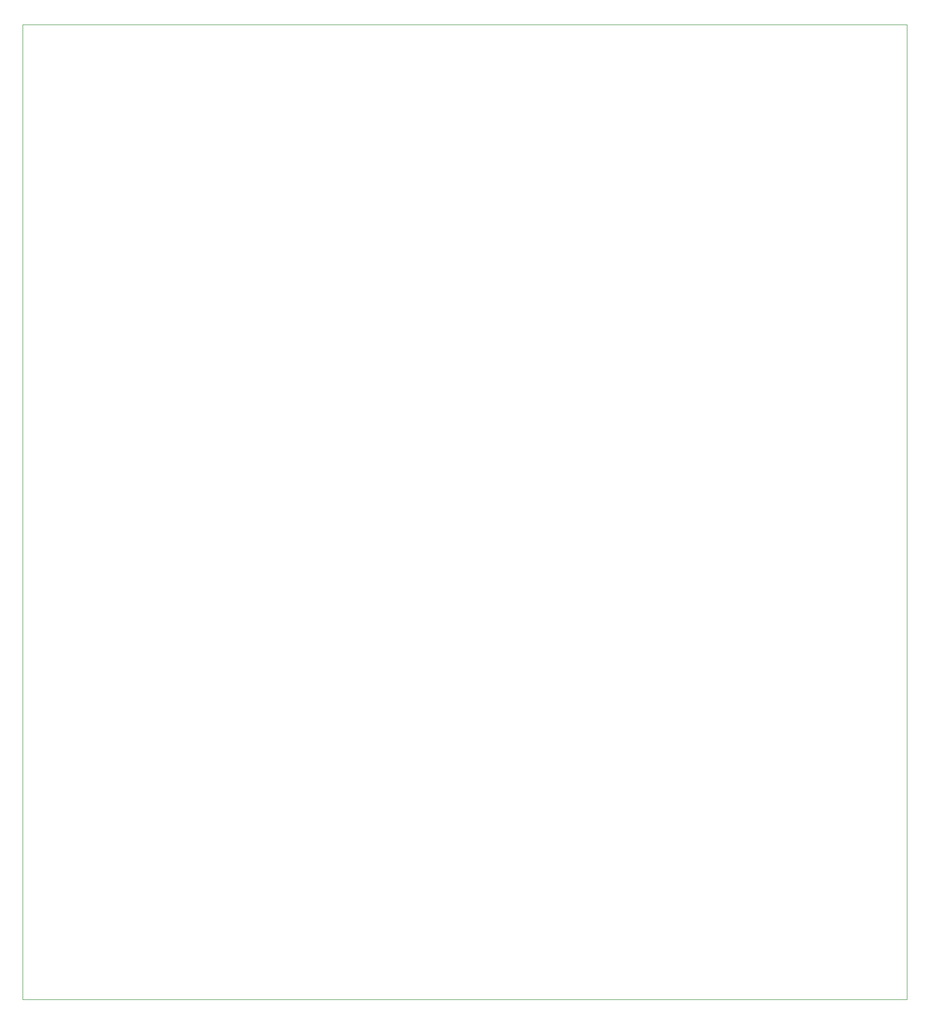
<source format=gbr>
%TF.GenerationSoftware,KiCad,Pcbnew,(5.1.7)-1*%
%TF.CreationDate,2021-02-21T17:24:45-05:00*%
%TF.ProjectId,Overall Schematics,4f766572-616c-46c2-9053-6368656d6174,rev?*%
%TF.SameCoordinates,Original*%
%TF.FileFunction,Profile,NP*%
%FSLAX46Y46*%
G04 Gerber Fmt 4.6, Leading zero omitted, Abs format (unit mm)*
G04 Created by KiCad (PCBNEW (5.1.7)-1) date 2021-02-21 17:24:45*
%MOMM*%
%LPD*%
G01*
G04 APERTURE LIST*
%TA.AperFunction,Profile*%
%ADD10C,0.100000*%
%TD*%
G04 APERTURE END LIST*
D10*
X439674000Y-304800000D02*
X592074000Y-304800000D01*
X592074000Y-304800000D02*
X592074000Y-472694000D01*
X592074000Y-472694000D02*
X439674000Y-472694000D01*
X439674000Y-472694000D02*
X439674000Y-304800000D01*
M02*

</source>
